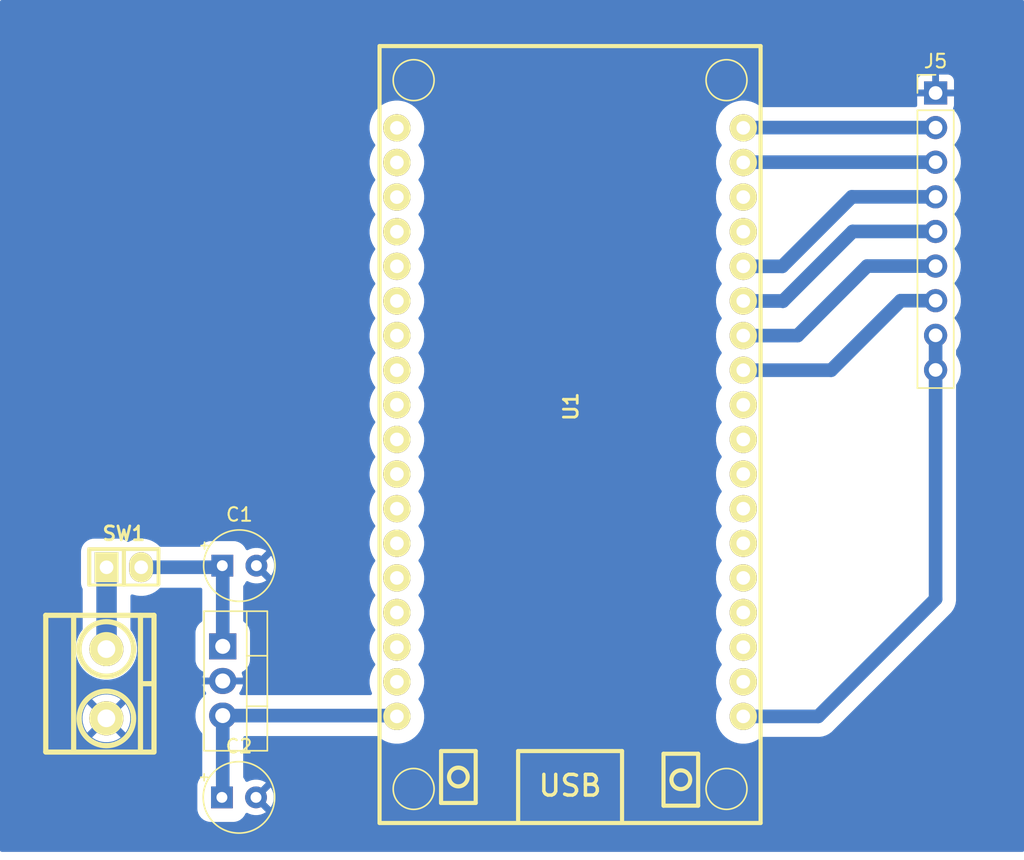
<source format=kicad_pcb>
(kicad_pcb (version 20241229) (generator "pcbnew") (generator_version "9.0")
  (layers (0 "F.Cu" signal) (2 "B.Cu" signal) (13 "F.Paste" user) (15 "B.Paste" user) (5 "F.SilkS" user "F.Silkscreen") (7 "B.SilkS" user "B.Silkscreen") (1 "F.Mask" user) (3 "B.Mask" user) (25 "Edge.Cuts" user))
  (net 0 "")
  (net 1 "SCK(HX711)")
  (net 2 "D(HX711)")
  (net 3 "GND")
  (net 4 "+3.3V")
  (net 5 "CS")
  (net 6 "D{slash}C")
  (net 7 "SCK")
  (net 8 "SDI(MOSI)")
  (net 9 "RST")
  (net 10 "D6")
  (net 11 "D5")
  (net 12 "D4")
  (net 13 "D1")
  (net 14 "D7")
  (net 15 "Net-(U1-VIN)")
  (net 16 "D3")
  (net 17 "D8")
  (net 18 "Net-(U2-IN)")
  (net 19 "D2")
  (net 20 "SDI(MISO)")
  (net 21 "VCC")
  (net 38 "CS(ILI)")
  (net 39 "SCK(ILI)")
  (net 40 "SDI(MISO)(ILI)")
  (net 41 "RST(ILI)")
  (net 44 "D{slash}C(ILI)")
  (net 45 "SDI(MOSI)(ILI)")
  (footprint "EESTN5:BORNERA2_AZUL" (layer "F.Cu") (at 48.15 127.31 90)
    (property "Reference" "J4" (hide yes))
    (property "Value" "TB_1X2" (hide yes))
    (fp_line (start 5.0165 -4.445) (end -4.9835 -4.445) (stroke (width 0.381)) (layer "F.SilkS"))
    (fp_line (start -5.0165 -4.445) (end -5.0165 3.4925) (stroke (width 0.381)) (layer "F.SilkS"))
    (fp_line (start -5 -2.4) (end 5 -2.4) (stroke (width 0.381)) (layer "F.SilkS"))
    (fp_line (start -5 2.5) (end 5 2.5) (stroke (width 0.381)) (layer "F.SilkS"))
    (fp_line (start 0 2.54) (end 0 3.4845) (stroke (width 0.381)) (layer "F.SilkS"))
    (fp_line (start 5.0165 3.4925) (end 5.0165 -4.445) (stroke (width 0.381)) (layer "F.SilkS"))
    (fp_line (start -4.9835 3.4925) (end 5.0165 3.4925) (stroke (width 0.381)) (layer "F.SilkS"))
    (fp_circle (center 2.55 0) (end 0.55 0) (stroke (width 0.381)) (fill no) (layer "F.SilkS"))
    (fp_circle (center -2.55 0) (end -0.55 0) (stroke (width 0.381)) (fill no) (layer "F.SilkS"))
    (pad "1" thru_hole circle (at -2.54 0 90) (size 2.5 2.5) (drill 1.3) (layers "*.Cu" "*.Mask" "F.SilkS") (net 3 "GND"))
    (pad "2" thru_hole circle (at 2.54 0 90) (size 2.5 2.5) (drill 1.3) (layers "*.Cu" "*.Mask" "F.SilkS") (net 21 "VCC"))
  )
  (footprint "EESTN5:Pin_Header_2" (layer "F.Cu") (at 49.4332 118.45)
    (property "Reference" "SW1" (at 0 -2.159 0) (layer "F.SilkS") (effects (font (size 1.016 1.016) (thickness 0.2032))))
    (property "Value" "SW_Push" (hide yes))
    (fp_line (start -2.6035 -0.889) (end -2.6035 -1.0795) (stroke (width 0.15)) (layer "F.SilkS"))
    (fp_line (start -2.54 -0.9525) (end 2.54 -0.9525) (stroke (width 0.15)) (layer "F.SilkS"))
    (fp_line (start -2.54 1.5875) (end -2.54 -0.9525) (stroke (width 0.3048)) (layer "F.SilkS"))
    (fp_line (start 0 -0.9525) (end 0 1.5875) (stroke (width 0.3048)) (layer "F.SilkS"))
    (fp_line (start 2.4765 -1.016) (end 2.4765 1.5875) (stroke (width 0.15)) (layer "F.SilkS"))
    (fp_line (start 2.54 1.5875) (end -2.54 1.5875) (stroke (width 0.15)) (layer "F.SilkS"))
    (fp_line (start 2.54 1.651) (end -2.6035 1.651) (stroke (width 0.15)) (layer "F.SilkS"))
    (fp_line (start 2.54 1.651) (end 2.54 -1.016) (stroke (width 0.15)) (layer "F.SilkS"))
    (fp_line (start 2.6035 -1.0795) (end -2.54 -1.0795) (stroke (width 0.15)) (layer "F.SilkS"))
    (fp_line (start 2.6035 -1.0795) (end 2.6035 -0.6985) (stroke (width 0.15)) (layer "F.SilkS"))
    (fp_line (start 2.6035 1.5875) (end 2.6035 -0.9525) (stroke (width 0.15)) (layer "F.SilkS"))
    (pad "1" thru_hole rect (at -1.27 0.3175) (size 1.75 2.19964) (drill 1.00076) (layers "*.Cu" "*.Mask" "F.SilkS") (net 21 "VCC"))
    (pad "2" thru_hole oval (at 1.27 0.3175) (size 1.75 2.19964) (drill 1.00076) (layers "*.Cu" "*.Mask" "F.SilkS") (net 18 "Net-(U2-IN)"))
  )
  (footprint "Capacitor_THT:CP_Radial_Tantal_D5.0mm_P2.50mm" (layer "F.Cu") (at 56.621138 135.65)
    (property "Reference" "C2" (at 1.25 -3.75 0) (layer "F.SilkS"))
    (property "Value" "C")
    (fp_line (start -1.554775 -1.475) (end -1.054775 -1.475) (stroke (width 0.12)) (layer "F.SilkS"))
    (fp_line (start -1.304775 -1.725) (end -1.304775 -1.225) (stroke (width 0.12)) (layer "F.SilkS"))
    (fp_circle (center 1.25 0) (end 3.87 0) (stroke (width 0.12)) (fill no) (layer "F.SilkS"))
    (pad "1" thru_hole rect (at 0 0) (size 1.6 1.6) (drill 0.8) (layers "*.Cu" "*.Mask") (net 15 "Net-(U1-VIN)"))
    (pad "2" thru_hole circle (at 2.5 0) (size 1.6 1.6) (drill 0.8) (layers "*.Cu" "*.Mask") (net 3 "GND"))
  )
  (footprint "Capacitor_THT:CP_Radial_Tantal_D5.0mm_P2.50mm" (layer "F.Cu") (at 56.65 118.65)
    (property "Reference" "C1" (at 1.25 -3.75 0) (layer "F.SilkS"))
    (property "Value" "C")
    (fp_line (start -1.554775 -1.475) (end -1.054775 -1.475) (stroke (width 0.12)) (layer "F.SilkS"))
    (fp_line (start -1.304775 -1.725) (end -1.304775 -1.225) (stroke (width 0.12)) (layer "F.SilkS"))
    (fp_circle (center 1.25 0) (end 3.87 0) (stroke (width 0.12)) (fill no) (layer "F.SilkS"))
    (pad "1" thru_hole rect (at 0 0) (size 1.6 1.6) (drill 0.8) (layers "*.Cu" "*.Mask") (net 18 "Net-(U2-IN)"))
    (pad "2" thru_hole circle (at 2.5 0) (size 1.6 1.6) (drill 0.8) (layers "*.Cu" "*.Mask") (net 3 "GND"))
  )
  (footprint "Package_TO_SOT_THT:TO-220-3_Vertical" (layer "F.Cu") (at 56.68125 124.57 -90)
    (property "Reference" "U2" (hide yes))
    (property "Value" "L7805")
    (fp_line (start -2.58 1.371) (end 7.66 1.371) (stroke (width 0.12)) (layer "F.SilkS"))
    (fp_line (start -2.58 -1.76) (end 7.66 -1.76) (stroke (width 0.12)) (layer "F.SilkS"))
    (fp_line (start -2.58 -3.27) (end -2.58 1.371) (stroke (width 0.12)) (layer "F.SilkS"))
    (fp_line (start -2.58 -3.27) (end 7.66 -3.27) (stroke (width 0.12)) (layer "F.SilkS"))
    (fp_line (start 0.69 -3.27) (end 0.69 -1.76) (stroke (width 0.12)) (layer "F.SilkS"))
    (fp_line (start 4.391 -3.27) (end 4.391 -1.76) (stroke (width 0.12)) (layer "F.SilkS"))
    (fp_line (start 7.66 -3.27) (end 7.66 1.371) (stroke (width 0.12)) (layer "F.SilkS"))
    (pad "1" thru_hole rect (at 0 0 270) (size 1.905 2) (drill 1.1) (layers "*.Cu" "*.Mask") (net 18 "Net-(U2-IN)"))
    (pad "2" thru_hole oval (at 2.54 0 270) (size 1.905 2) (drill 1.1) (layers "*.Cu" "*.Mask") (net 3 "GND"))
    (pad "3" thru_hole oval (at 5.08 0 270) (size 1.905 2) (drill 1.1) (layers "*.Cu" "*.Mask") (net 15 "Net-(U1-VIN)"))
  )
  (footprint "Connector_PinHeader_2.54mm:PinHeader_1x09_P2.54mm_Vertical" (layer "F.Cu") (at 108.95 83.97)
    (property "Reference" "J5" (at 0 -2.33 0) (layer "F.SilkS"))
    (property "Value" "ILI9341")
    (fp_line (start -1.33 -1.33) (end 0 -1.33) (stroke (width 0.12)) (layer "F.SilkS"))
    (fp_line (start -1.33 0) (end -1.33 -1.33) (stroke (width 0.12)) (layer "F.SilkS"))
    (fp_line (start -1.33 1.27) (end -1.33 21.65) (stroke (width 0.12)) (layer "F.SilkS"))
    (fp_line (start -1.33 1.27) (end 1.33 1.27) (stroke (width 0.12)) (layer "F.SilkS"))
    (fp_line (start -1.33 21.65) (end 1.33 21.65) (stroke (width 0.12)) (layer "F.SilkS"))
    (fp_line (start 1.33 1.27) (end 1.33 21.65) (stroke (width 0.12)) (layer "F.SilkS"))
    (pad "1" thru_hole rect (at 0 0) (size 1.7 1.7) (drill 1) (layers "*.Cu" "*.Mask") (net 3 "GND"))
    (pad "2" thru_hole oval (at 0 2.54) (size 1.7 1.7) (drill 1) (layers "*.Cu" "*.Mask") (net 8 "SDI(MOSI)"))
    (pad "3" thru_hole oval (at 0 5.08) (size 1.7 1.7) (drill 1) (layers "*.Cu" "*.Mask") (net 6 "D{slash}C"))
    (pad "4" thru_hole oval (at 0 7.62) (size 1.7 1.7) (drill 1) (layers "*.Cu" "*.Mask") (net 9 "RST"))
    (pad "5" thru_hole oval (at 0 10.16) (size 1.7 1.7) (drill 1) (layers "*.Cu" "*.Mask") (net 20 "SDI(MISO)"))
    (pad "6" thru_hole oval (at 0 12.7) (size 1.7 1.7) (drill 1) (layers "*.Cu" "*.Mask") (net 7 "SCK"))
    (pad "7" thru_hole oval (at 0 15.24) (size 1.7 1.7) (drill 1) (layers "*.Cu" "*.Mask") (net 5 "CS"))
    (pad "8" thru_hole oval (at 0 17.78) (size 1.7 1.7) (drill 1) (layers "*.Cu" "*.Mask") (net 4 "+3.3V"))
    (pad "9" thru_hole oval (at 0 20.32) (size 1.7 1.7) (drill 1) (layers "*.Cu" "*.Mask") (net 4 "+3.3V"))
  )
  (footprint "EESTN5:ESP32_DEVKIT_V1_DOIT" (layer "F.Cu") (at 82.15 106.85 -90)
    (property "Reference" "U1" (at 0.127 -0.0635 90) (layer "F.SilkS") (effects (font (size 1.016 1.016) (thickness 0.2032))))
    (property "Value" "ESP32_DevKit_V1_DOIT" (hide yes))
    (fp_line (start -26.32 13.97) (end 30.68 13.97) (stroke (width 0.3048)) (layer "F.SilkS"))
    (fp_line (start 30.68 13.97) (end 30.68 -13.97) (stroke (width 0.3048)) (layer "F.SilkS"))
    (fp_line (start 25.4 9.46) (end 25.4 6.92) (stroke (width 0.3048)) (layer "F.SilkS"))
    (fp_line (start 29.21 9.46) (end 25.4 9.46) (stroke (width 0.3048)) (layer "F.SilkS"))
    (fp_line (start 25.4 6.92) (end 29.21 6.92) (stroke (width 0.3048)) (layer "F.SilkS"))
    (fp_line (start 29.21 6.92) (end 29.21 9.46) (stroke (width 0.3048)) (layer "F.SilkS"))
    (fp_line (start 25.4 3.81) (end 30.48 3.81) (stroke (width 0.3048)) (layer "F.SilkS"))
    (fp_line (start 25.4 -3.81) (end 25.4 3.81) (stroke (width 0.3048)) (layer "F.SilkS"))
    (fp_line (start 30.48 -3.81) (end 25.4 -3.81) (stroke (width 0.3048)) (layer "F.SilkS"))
    (fp_line (start 25.6 -6.85) (end 29.41 -6.85) (stroke (width 0.3048)) (layer "F.SilkS"))
    (fp_line (start 29.41 -6.85) (end 29.41 -9.39) (stroke (width 0.3048)) (layer "F.SilkS"))
    (fp_line (start 25.6 -9.39) (end 25.6 -6.85) (stroke (width 0.3048)) (layer "F.SilkS"))
    (fp_line (start 29.41 -9.39) (end 25.6 -9.39) (stroke (width 0.3048)) (layer "F.SilkS"))
    (fp_line (start -26.32 -13.97) (end -26.32 13.97) (stroke (width 0.3048)) (layer "F.SilkS"))
    (fp_line (start -26.32 -13.97) (end 30.68 -13.97) (stroke (width 0.3048)) (layer "F.SilkS"))
    (fp_circle (center -23.82 11.47) (end -22.32 11.47) (stroke (width 0.12)) (fill no) (layer "F.SilkS"))
    (fp_circle (center 28.18 11.47) (end 29.68 11.47) (stroke (width 0.12)) (fill no) (layer "F.SilkS"))
    (fp_circle (center 27.305 8.19) (end 27.8765 8.571) (stroke (width 0.3048)) (fill no) (layer "F.SilkS"))
    (fp_circle (center 27.505 -8.12) (end 28.0765 -7.739) (stroke (width 0.3048)) (fill no) (layer "F.SilkS"))
    (fp_circle (center -23.82 -11.47) (end -22.32 -11.47) (stroke (width 0.12)) (fill no) (layer "F.SilkS"))
    (fp_circle (center 28.18 -11.47) (end 29.68 -11.47) (stroke (width 0.12)) (fill no) (layer "F.SilkS"))
    (fp_text user "USB" (at 27.94 0 0) (layer "F.SilkS") (effects (font (size 1.524 1.524) (thickness 0.254))))
    (pad "1" thru_hole circle (at -20.32 12.7 90) (size 2 2) (drill 1) (layers "*.Cu" "*.Mask" "F.SilkS"))
    (pad "2" thru_hole circle (at -17.78 12.7 90) (size 2 2) (drill 1) (layers "*.Cu" "*.Mask" "F.SilkS") (net 10 "D6"))
    (pad "3" thru_hole circle (at -15.24 12.7 90) (size 2 2) (drill 1) (layers "*.Cu" "*.Mask" "F.SilkS") (net 11 "D5"))
    (pad "4" thru_hole circle (at -12.7 12.7 90) (size 2 2) (drill 1) (layers "*.Cu" "*.Mask" "F.SilkS") (net 12 "D4"))
    (pad "5" thru_hole circle (at -10.16 12.7 90) (size 2 2) (drill 1) (layers "*.Cu" "*.Mask" "F.SilkS") (net 16 "D3"))
    (pad "6" thru_hole circle (at -7.62 12.7 90) (size 2 2) (drill 1) (layers "*.Cu" "*.Mask" "F.SilkS") (net 19 "D2"))
    (pad "7" thru_hole circle (at -5.08 12.7 90) (size 2 2) (drill 1) (layers "*.Cu" "*.Mask" "F.SilkS") (net 13 "D1"))
    (pad "8" thru_hole circle (at -2.54 12.7 90) (size 2 2) (drill 1) (layers "*.Cu" "*.Mask" "F.SilkS"))
    (pad "9" thru_hole circle (at 0 12.7 90) (size 2 2) (drill 1) (layers "*.Cu" "*.Mask" "F.SilkS"))
    (pad "10" thru_hole circle (at 2.54 12.7 90) (size 2 2) (drill 1) (layers "*.Cu" "*.Mask" "F.SilkS"))
    (pad "11" thru_hole circle (at 5.08 12.7 90) (size 2 2) (drill 1) (layers "*.Cu" "*.Mask" "F.SilkS"))
    (pad "12" thru_hole circle (at 7.62 12.7 90) (size 2 2) (drill 1) (layers "*.Cu" "*.Mask" "F.SilkS"))
    (pad "13" thru_hole circle (at 10.16 12.7 90) (size 2 2) (drill 1) (layers "*.Cu" "*.Mask" "F.SilkS") (net 1 "SCK(HX711)"))
    (pad "14" thru_hole circle (at 12.7 12.7 90) (size 2 2) (drill 1) (layers "*.Cu" "*.Mask" "F.SilkS"))
    (pad "15" thru_hole circle (at 15.24 12.7 90) (size 2 2) (drill 1) (layers "*.Cu" "*.Mask" "F.SilkS"))
    (pad "16" thru_hole circle (at 17.78 12.7 90) (size 2 2) (drill 1) (layers "*.Cu" "*.Mask" "F.SilkS"))
    (pad "17" thru_hole circle (at 20.32 12.7 90) (size 2 2) (drill 1) (layers "*.Cu" "*.Mask" "F.SilkS"))
    (pad "18" thru_hole circle (at 22.86 12.7 90) (size 2 2) (drill 1) (layers "*.Cu" "*.Mask" "F.SilkS") (net 15 "Net-(U1-VIN)"))
    (pad "19" thru_hole circle (at 22.86 -12.7 90) (size 2 2) (drill 1) (layers "*.Cu" "*.Mask" "F.SilkS") (net 4 "+3.3V"))
    (pad "20" thru_hole circle (at 20.32 -12.7 90) (size 2 2) (drill 1) (layers "*.Cu" "*.Mask" "F.SilkS"))
    (pad "21" thru_hole circle (at 17.78 -12.7 90) (size 2 2) (drill 1) (layers "*.Cu" "*.Mask" "F.SilkS"))
    (pad "22" thru_hole circle (at 15.24 -12.7 90) (size 2 2) (drill 1) (layers "*.Cu" "*.Mask" "F.SilkS"))
    (pad "23" thru_hole circle (at 12.7 -12.7 90) (size 2 2) (drill 1) (layers "*.Cu" "*.Mask" "F.SilkS"))
    (pad "24" thru_hole circle (at 10.16 -12.7 90) (size 2 2) (drill 1) (layers "*.Cu" "*.Mask" "F.SilkS"))
    (pad "25" thru_hole circle (at 7.62 -12.7 90) (size 2 2) (drill 1) (layers "*.Cu" "*.Mask" "F.SilkS"))
    (pad "26" thru_hole circle (at 5.08 -12.7 90) (size 2 2) (drill 1) (layers "*.Cu" "*.Mask" "F.SilkS") (net 2 "D(HX711)"))
    (pad "27" thru_hole circle (at 2.54 -12.7 90) (size 2 2) (drill 1) (layers "*.Cu" "*.Mask" "F.SilkS") (net 14 "D7"))
    (pad "28" thru_hole circle (at 0 -12.7 90) (size 2 2) (drill 1) (layers "*.Cu" "*.Mask" "F.SilkS") (net 17 "D8"))
    (pad "29" thru_hole circle (at -2.54 -12.7 90) (size 2 2) (drill 1) (layers "*.Cu" "*.Mask" "F.SilkS") (net 38 "CS(ILI)"))
    (pad "30" thru_hole circle (at -5.08 -12.7 90) (size 2 2) (drill 1) (layers "*.Cu" "*.Mask" "F.SilkS") (net 39 "SCK(ILI)"))
    (pad "31" thru_hole circle (at -7.62 -12.7 90) (size 2 2) (drill 1) (layers "*.Cu" "*.Mask" "F.SilkS") (net 40 "SDI(MISO)(ILI)"))
    (pad "32" thru_hole circle (at -10.16 -12.7 90) (size 2 2) (drill 1) (layers "*.Cu" "*.Mask" "F.SilkS") (net 41 "RST(ILI)"))
    (pad "33" thru_hole circle (at -12.7 -12.7 90) (size 2 2) (drill 1) (layers "*.Cu" "*.Mask" "F.SilkS"))
    (pad "34" thru_hole circle (at -15.24 -12.7 90) (size 2 2) (drill 1) (layers "*.Cu" "*.Mask" "F.SilkS"))
    (pad "35" thru_hole circle (at -17.78 -12.7 90) (size 2 2) (drill 1) (layers "*.Cu" "*.Mask" "F.SilkS") (net 44 "D{slash}C(ILI)"))
    (pad "36" thru_hole circle (at -20.32 -12.7 90) (size 2 2) (drill 1) (layers "*.Cu" "*.Mask" "F.SilkS") (net 45 "SDI(MOSI)(ILI)"))
  )
  (segment (start 108.95 83.97) (end 108.89 84.03) (width 1) (layer "B.Cu") (net 3))
  (segment (start 94.95 129.81) (end 94.85 129.71) (width 1) (layer "B.Cu") (net 4))
  (segment (start 108.95 104.3) (end 108.95 121.1) (width 1) (layer "B.Cu") (net 4))
  (segment (start 108.96 104.29) (end 108.95 104.3) (width 1) (layer "B.Cu") (net 4))
  (segment (start 108.95 101.75) (end 108.95 104.29) (width 1) (layer "B.Cu") (net 4))
  (segment (start 108.95 121.1) (end 100.34 129.71) (width 1) (layer "B.Cu") (net 4))
  (segment (start 108.95 104.29) (end 108.96 104.29) (width 1) (layer "B.Cu") (net 4))
  (segment (start 100.34 129.71) (end 94.85 129.71) (width 1) (layer "B.Cu") (net 4))
  (segment (start 94.85 104.31) (end 101.29 104.31) (width 1) (layer "B.Cu") (net 5))
  (segment (start 106.39 99.21) (end 108.95 99.21) (width 1) (layer "B.Cu") (net 5))
  (segment (start 101.29 104.31) (end 106.39 99.21) (width 1) (layer "B.Cu") (net 5))
  (segment (start 94.87 89.05) (end 94.85 89.07) (width 1) (layer "B.Cu") (net 6))
  (segment (start 108.95 89.05) (end 108.91 89.01) (width 1) (layer "B.Cu") (net 6))
  (segment (start 108.83 89.39) (end 108.95 89.27) (width 1) (layer "B.Cu") (net 6))
  (segment (start 108.95 89.05) (end 94.87 89.05) (width 1) (layer "B.Cu") (net 6))
  (segment (start 108.95 89.05) (end 108.83 89.17) (width 1) (layer "B.Cu") (net 6))
  (segment (start 108.95 89.27) (end 108.95 89.05) (width 1) (layer "B.Cu") (net 6))
  (segment (start 98.83 101.77) (end 103.93 96.67) (width 1) (layer "B.Cu") (net 7))
  (segment (start 103.93 96.67) (end 108.95 96.67) (width 1) (layer "B.Cu") (net 7))
  (segment (start 94.85 101.77) (end 98.83 101.77) (width 1) (layer "B.Cu") (net 7))
  (segment (start 94.87 86.51) (end 108.95 86.51) (width 1) (layer "B.Cu") (net 8))
  (segment (start 94.85 86.53) (end 94.87 86.51) (width 1) (layer "B.Cu") (net 8))
  (segment (start 97.71 96.69) (end 102.81 91.59) (width 1) (layer "B.Cu") (net 9))
  (segment (start 108.95 91.59) (end 108.69 91.85) (width 1) (layer "B.Cu") (net 9))
  (segment (start 102.81 91.59) (end 108.95 91.59) (width 1) (layer "B.Cu") (net 9))
  (segment (start 94.85 96.69) (end 97.71 96.69) (width 1) (layer "B.Cu") (net 9))
  (segment (start 56.68125 129.65) (end 69.39 129.65) (width 1) (layer "B.Cu") (net 15))
  (segment (start 56.68125 129.65) (end 56.68125 135.589888) (width 1) (layer "B.Cu") (net 15))
  (segment (start 69.39 129.65) (end 69.45 129.71) (width 1) (layer "B.Cu") (net 15))
  (segment (start 56.68125 135.589888) (end 56.621138 135.65) (width 1) (layer "B.Cu") (net 15))
  (segment (start 56.68125 124.57) (end 56.68125 118.68125) (width 1) (layer "B.Cu") (net 18))
  (segment (start 56.68125 118.68125) (end 56.65 118.65) (width 1) (layer "B.Cu") (net 18))
  (segment (start 56.5325 118.7675) (end 50.7032 118.7675) (width 1) (layer "B.Cu") (net 18))
  (segment (start 56.65 118.65) (end 56.5325 118.7675) (width 1) (layer "B.Cu") (net 18))
  (segment (start 97.73 99.23) (end 94.85 99.23) (width 1) (layer "B.Cu") (net 20))
  (segment (start 108.95 94.13) (end 102.87 94.13) (width 1) (layer "B.Cu") (net 20))
  (segment (start 97.75 99.25) (end 97.73 99.23) (width 1) (layer "B.Cu") (net 20))
  (segment (start 102.87 94.13) (end 97.75 99.25) (width 1) (layer "B.Cu") (net 20))
  (segment (start 48.1632 124.7568) (end 48.15 124.77) (width 1.5) (layer "B.Cu") (net 21))
  (segment (start 48.1632 118.5348) (end 48.1632 124.7568) (width 1.5) (layer "B.Cu") (net 21))
  (zone (net 3) (net_name "GND") (layer "B.Cu") (connect_pads (clearance 1)) (min_thickness 0.25) (fill yes (thermal_gap 0.5) (thermal_bridge_width 0.5))
    (polygon (pts (xy 115.45 77.15) (xy 40.35 77.15) (xy 40.35 139.65) (xy 115.45 139.65)))
  )
)
</source>
